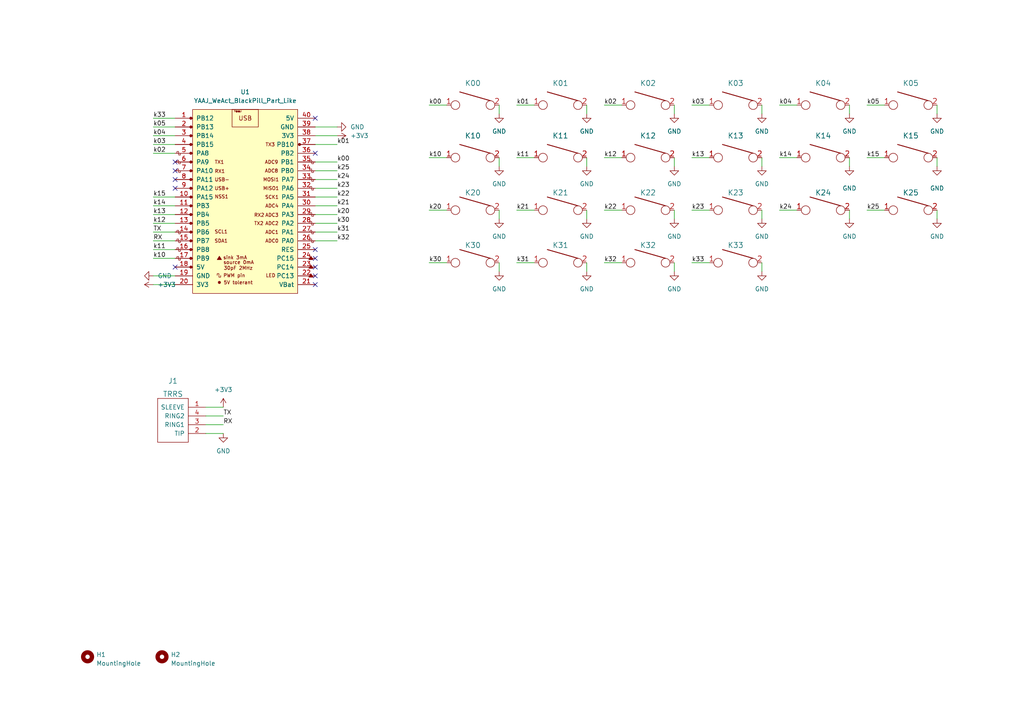
<source format=kicad_sch>
(kicad_sch (version 20230121) (generator eeschema)
  (paper "A4")
  (title_block (title "El Cantor HS") (date "2023-11-22") (rev "rev1.0"))
  (lib_symbols
    (symbol "Mechanical:MountingHole" (pin_names (offset 1.016))
      (property "Reference" "H" (at 0 5.08 0))
      (property "Value" "MountingHole" (at 0 3.175 0))
      (symbol "MountingHole_0_1"
        (circle (center 0 0) (radius 1.27) (stroke (width 1.27)))
      )
    )
    (symbol "YAAJ_WeAct_BlackPill_Part_Like:YAAJ_WeAct_BlackPill_Part_Like" (pin_names (offset 1.016))
      (property "Reference" "U" (at -12.7 27.94 0))
      (property "Value" "YAAJ_WeAct_BlackPill_Part_Like" (at 0 2.54 90))
      (symbol "YAAJ_WeAct_BlackPill_Part_Like_0_0"
        (circle (center -15.748 -20.32) (radius 0.3556) (fill (type outline)))
        (circle (center -15.748 -17.78) (radius 0.3556) (fill (type outline)))
        (circle (center -15.748 -15.24) (radius 0.3556) (fill (type outline)))
        (circle (center -15.748 -12.7) (radius 0.3556) (fill (type outline)))
        (circle (center -15.748 -10.16) (radius 0.3556) (fill (type outline)))
        (circle (center -15.748 -7.62) (radius 0.3556) (fill (type outline)))
        (circle (center -15.748 -5.08) (radius 0.3556) (fill (type outline)))
        (circle (center -15.748 -2.54) (radius 0.3556) (fill (type outline)))
        (circle (center -15.748 0) (radius 0.3556) (fill (type outline)))
        (circle (center -15.748 2.54) (radius 0.3556) (fill (type outline)))
        (circle (center -15.748 5.08) (radius 0.3556) (fill (type outline)))
        (circle (center -15.748 7.62) (radius 0.3556) (fill (type outline)))
        (circle (center -15.748 10.16) (radius 0.3556) (fill (type outline)))
        (circle (center -15.748 12.7) (radius 0.3556) (fill (type outline)))
        (circle (center -15.748 15.24) (radius 0.3556) (fill (type outline)))
        (circle (center -15.748 17.78) (radius 0.3556) (fill (type outline)))
        (circle (center -15.748 22.86) (radius 0.3556) (fill (type outline)))
        (circle (center -7.493 -24.765) (radius 0.127) (fill (type outline)))
        (circle (center -7.493 -24.765) (radius 0.254))
        (circle (center -7.493 -24.765) (radius 0.3556))
        (polyline (pts (xy -8.128 -18.161) (xy -7.493 -17.145) (xy -6.858 -18.161) (xy -8.128 -18.161) (xy -7.493 -17.272) (xy -6.985 -18.161) (xy -8.001 -18.034) (xy -7.493 -17.399) (xy -7.112 -18.161) (xy -7.874 -17.907) (xy -7.366 -17.526) (xy -7.239 -18.161) (xy -7.747 -17.78) (xy -7.239 -17.653) (xy -7.366 -18.034) (xy -7.62 -17.78) (xy -7.366 -17.907) (xy -7.493 -17.653)))
        (polyline (pts (xy 18.415 -23.241) (xy 19.05 -22.225) (xy 19.685 -23.241) (xy 18.415 -23.241) (xy 19.05 -22.352) (xy 19.558 -23.241) (xy 18.542 -23.114) (xy 19.05 -22.479) (xy 19.431 -23.241) (xy 18.669 -22.987) (xy 19.177 -22.606) (xy 19.304 -23.241) (xy 18.796 -22.86) (xy 19.304 -22.733) (xy 19.177 -23.114) (xy 18.923 -22.86) (xy 19.177 -22.987) (xy 19.05 -22.733)))
        (polyline (pts (xy 18.415 -20.701) (xy 19.05 -19.685) (xy 19.685 -20.701) (xy 18.415 -20.701) (xy 19.05 -19.812) (xy 19.558 -20.701) (xy 18.542 -20.574) (xy 19.05 -19.939) (xy 19.431 -20.701) (xy 18.669 -20.447) (xy 19.177 -20.066) (xy 19.304 -20.701) (xy 18.796 -20.32) (xy 19.304 -20.193) (xy 19.177 -20.574) (xy 18.923 -20.32) (xy 19.177 -20.447) (xy 19.05 -20.193)))
        (polyline (pts (xy 18.415 -18.161) (xy 19.05 -17.145) (xy 19.685 -18.161) (xy 18.415 -18.161) (xy 19.05 -17.272) (xy 19.558 -18.161) (xy 18.542 -18.034) (xy 19.05 -17.399) (xy 19.431 -18.161) (xy 18.669 -17.907) (xy 19.177 -17.526) (xy 19.304 -18.161) (xy 18.796 -17.78) (xy 19.304 -17.653) (xy 19.177 -18.034) (xy 18.923 -17.78) (xy 19.177 -17.907) (xy 19.05 -17.653)))
        (circle (center 15.748 15.24) (radius 0.254) (fill (type outline)))
        (circle (center 15.748 15.24) (radius 0.3556))
        (text "30pF 2MHz" (at -2.032 -20.574 0) (effects (font (size 0.9906 0.9906))))
        (text "5V tolerant" (at -2.032 -24.765 0) (effects (font (size 0.9906 0.9906))))
        (text "ADC0" (at 7.747 -12.7 0) (effects (font (size 0.9906 0.9906))))
        (text "ADC1" (at 7.747 -10.16 0) (effects (font (size 0.9906 0.9906))))
        (text "ADC2" (at 7.747 -7.62 0) (effects (font (size 0.9906 0.9906))))
        (text "ADC3" (at 7.747 -5.207 0) (effects (font (size 0.9906 0.9906))))
        (text "ADC4" (at 7.747 -2.54 0) (effects (font (size 0.9906 0.9906))))
        (text "ADC8" (at 7.62 7.62 0) (effects (font (size 0.9906 0.9906))))
        (text "ADC9" (at 7.62 10.16 0) (effects (font (size 0.9906 0.9906))))
        (text "LED" (at 7.366 -22.733 0) (effects (font (size 0.9906 0.9906))))
        (text "MISO1" (at 7.493 2.54 0) (effects (font (size 0.9906 0.9906))))
        (text "MOSI1" (at 7.493 5.08 0) (effects (font (size 0.9906 0.9906))))
        (text "NSS1" (at -6.858 0.127 0) (effects (font (size 0.9906 0.9906))))
        (text "PWM pin" (at -3.175 -22.733 0) (effects (font (size 0.9906 0.9906))))
        (text "RX1" (at -7.366 7.493 0) (effects (font (size 0.9906 0.9906))))
        (text "RX2" (at 4.064 -5.207 0) (effects (font (size 0.9906 0.9906))))
        (text "SCK1" (at 7.747 0 0) (effects (font (size 0.9906 0.9906))))
        (text "SCL1" (at -6.985 -10.033 0) (effects (font (size 0.9906 0.9906))))
        (text "SDA1" (at -6.985 -12.7 0) (effects (font (size 0.9906 0.9906))))
        (text "sink 3mA" (at -2.921 -17.526 0) (effects (font (size 0.9906 0.9906))))
        (text "source 0mA" (at -1.905 -18.923 0) (effects (font (size 0.9906 0.9906))))
        (text "TX1" (at -7.493 10.16 0) (effects (font (size 0.9906 0.9906))))
        (text "TX2" (at 3.937 -7.62 0) (effects (font (size 0.9906 0.9906))))
        (text "TX3" (at 7.239 15.24 0) (effects (font (size 0.9906 0.9906))))
        (text "USB" (at 0 22.86 0) (effects (font (size 1.27 1.27))))
        (text "USB+" (at -6.731 2.54 0) (effects (font (size 0.9906 0.9906))))
        (text "USB-" (at -6.731 5.08 0) (effects (font (size 0.9906 0.9906))))
        (text "Y@@J" (at -2.159 24.892 0) (effects (font (size 0.508 0.508))))
      )
      (symbol "YAAJ_WeAct_BlackPill_Part_Like_0_1"
        (rectangle (start -15.24 25.4) (end 15.24 -27.94) (fill (type background)))
        (polyline (pts (xy -18.796 -17.78) (xy -18.796 -18.288) (xy -19.304 -18.288) (xy -19.304 -17.272) (xy -19.812 -17.272) (xy -19.812 -17.78)))
        (polyline (pts (xy -18.796 -15.24) (xy -18.796 -15.748) (xy -19.304 -15.748) (xy -19.304 -14.732) (xy -19.812 -14.732) (xy -19.812 -15.24)))
        (polyline (pts (xy -18.796 -12.7) (xy -18.796 -13.208) (xy -19.304 -13.208) (xy -19.304 -12.192) (xy -19.812 -12.192) (xy -19.812 -12.7)))
        (polyline (pts (xy -18.796 -10.16) (xy -18.796 -10.668) (xy -19.304 -10.668) (xy -19.304 -9.652) (xy -19.812 -9.652) (xy -19.812 -10.16)))
        (polyline (pts (xy -18.796 7.62) (xy -18.796 7.112) (xy -19.304 7.112) (xy -19.304 8.128) (xy -19.812 8.128) (xy -19.812 7.62)))
        (polyline (pts (xy -18.796 10.16) (xy -18.796 9.652) (xy -19.304 9.652) (xy -19.304 10.668) (xy -19.812 10.668) (xy -19.812 10.16)))
        (polyline (pts (xy -18.796 12.7) (xy -18.796 12.192) (xy -19.304 12.192) (xy -19.304 13.208) (xy -19.812 13.208) (xy -19.812 12.7)))
        (polyline (pts (xy -7.112 -22.733) (xy -7.112 -23.241) (xy -7.62 -23.241) (xy -7.62 -22.225) (xy -8.128 -22.225) (xy -8.128 -22.733)))
        (polyline (pts (xy 19.812 -12.7) (xy 19.812 -13.208) (xy 19.304 -13.208) (xy 19.304 -12.192) (xy 18.796 -12.192) (xy 18.796 -12.7)))
        (polyline (pts (xy 19.812 -10.16) (xy 19.812 -10.668) (xy 19.304 -10.668) (xy 19.304 -9.652) (xy 18.796 -9.652) (xy 18.796 -10.16)))
        (polyline (pts (xy 19.812 -7.62) (xy 19.812 -8.128) (xy 19.304 -8.128) (xy 19.304 -7.112) (xy 18.796 -7.112) (xy 18.796 -7.62)))
        (polyline (pts (xy 19.812 -5.08) (xy 19.812 -5.588) (xy 19.304 -5.588) (xy 19.304 -4.572) (xy 18.796 -4.572) (xy 18.796 -5.08)))
        (polyline (pts (xy 19.812 2.54) (xy 19.812 2.032) (xy 19.304 2.032) (xy 19.304 3.048) (xy 18.796 3.048) (xy 18.796 2.54)))
        (polyline (pts (xy 19.812 5.08) (xy 19.812 4.572) (xy 19.304 4.572) (xy 19.304 5.588) (xy 18.796 5.588) (xy 18.796 5.08)))
        (polyline (pts (xy 19.812 7.62) (xy 19.812 7.112) (xy 19.304 7.112) (xy 19.304 8.128) (xy 18.796 8.128) (xy 18.796 7.62)))
        (polyline (pts (xy 19.812 10.16) (xy 19.812 9.652) (xy 19.304 9.652) (xy 19.304 10.668) (xy 18.796 10.668) (xy 18.796 10.16)))
        (rectangle (start 3.81 25.4) (end -3.81 20.32))
      )
      (symbol "YAAJ_WeAct_BlackPill_Part_Like_1_1"
        (circle (center -15.748 20.32) (radius 0.3556) (fill (type outline)))
        (pin bidirectional line (at -20.32 22.86 0) (length 5.08) (name "PB12") (number "1"))
        (pin bidirectional line (at -20.32 0 0) (length 5.08) (name "PA15") (number "10"))
        (pin bidirectional line (at -20.32 -2.54 0) (length 5.08) (name "PB3") (number "11"))
        (pin bidirectional line (at -20.32 -5.08 0) (length 5.08) (name "PB4") (number "12"))
        (pin bidirectional line (at -20.32 -7.62 0) (length 5.08) (name "PB5") (number "13"))
        (pin bidirectional line (at -20.32 -10.16 0) (length 5.08) (name "PB6") (number "14"))
        (pin bidirectional line (at -20.32 -12.7 0) (length 5.08) (name "PB7") (number "15"))
        (pin bidirectional line (at -20.32 -15.24 0) (length 5.08) (name "PB8") (number "16"))
        (pin bidirectional line (at -20.32 -17.78 0) (length 5.08) (name "PB9") (number "17"))
        (pin power_in line (at -20.32 -20.32 0) (length 5.08) (name "5V") (number "18"))
        (pin power_in line (at -20.32 -22.86 0) (length 5.08) (name "GND") (number "19"))
        (pin bidirectional line (at -20.32 20.32 0) (length 5.08) (name "PB13") (number "2"))
        (pin power_in line (at -20.32 -25.4 0) (length 5.08) (name "3V3") (number "20"))
        (pin power_in line (at 20.32 -25.4 180) (length 5.08) (name "VBat") (number "21"))
        (pin bidirectional line (at 20.32 -22.86 180) (length 5.08) (name "PC13") (number "22"))
        (pin bidirectional line (at 20.32 -20.32 180) (length 5.08) (name "PC14") (number "23"))
        (pin bidirectional line (at 20.32 -17.78 180) (length 5.08) (name "PC15") (number "24"))
        (pin input line (at 20.32 -15.24 180) (length 5.08) (name "RES") (number "25"))
        (pin bidirectional line (at 20.32 -12.7 180) (length 5.08) (name "PA0") (number "26"))
        (pin bidirectional line (at 20.32 -10.16 180) (length 5.08) (name "PA1") (number "27"))
        (pin bidirectional line (at 20.32 -7.62 180) (length 5.08) (name "PA2") (number "28"))
        (pin bidirectional line (at 20.32 -5.08 180) (length 5.08) (name "PA3") (number "29"))
        (pin bidirectional line (at -20.32 17.78 0) (length 5.08) (name "PB14") (number "3"))
        (pin bidirectional line (at 20.32 -2.54 180) (length 5.08) (name "PA4") (number "30"))
        (pin bidirectional line (at 20.32 0 180) (length 5.08) (name "PA5") (number "31"))
        (pin bidirectional line (at 20.32 2.54 180) (length 5.08) (name "PA6") (number "32"))
        (pin bidirectional line (at 20.32 5.08 180) (length 5.08) (name "PA7") (number "33"))
        (pin bidirectional line (at 20.32 7.62 180) (length 5.08) (name "PB0") (number "34"))
        (pin bidirectional line (at 20.32 10.16 180) (length 5.08) (name "PB1") (number "35"))
        (pin bidirectional line (at 20.32 12.7 180) (length 5.08) (name "PB2") (number "36"))
        (pin bidirectional line (at 20.32 15.24 180) (length 5.08) (name "PB10") (number "37"))
        (pin power_in line (at 20.32 17.78 180) (length 5.08) (name "3V3") (number "38"))
        (pin power_in line (at 20.32 20.32 180) (length 5.08) (name "GND") (number "39"))
        (pin bidirectional line (at -20.32 15.24 0) (length 5.08) (name "PB15") (number "4"))
        (pin power_in line (at 20.32 22.86 180) (length 5.08) (name "5V") (number "40"))
        (pin bidirectional line (at -20.32 12.7 0) (length 5.08) (name "PA8") (number "5"))
        (pin bidirectional line (at -20.32 10.16 0) (length 5.08) (name "PA9") (number "6"))
        (pin bidirectional line (at -20.32 7.62 0) (length 5.08) (name "PA10") (number "7"))
        (pin bidirectional line (at -20.32 5.08 0) (length 5.08) (name "PA11") (number "8"))
        (pin bidirectional line (at -20.32 2.54 0) (length 5.08) (name "PA12") (number "9"))
      )
    )
    (symbol "keebio:TRRS" (pin_names (offset 1.016))
      (property "Reference" "U" (at 0 15.24 0))
      (property "Value" "TRRS" (at 0 -2.54 0))
      (symbol "TRRS_0_1"
        (rectangle (start -3.81 0) (end -3.81 12.7))
        (rectangle (start -3.81 12.7) (end 5.08 12.7))
        (rectangle (start 5.08 0) (end -3.81 0))
        (rectangle (start 5.08 12.7) (end 5.08 0))
      )
      (symbol "TRRS_1_1"
        (pin input line (at -8.89 2.54 0) (length 5.08) (name "SLEEVE") (number "1"))
        (pin input line (at -8.89 10.16 0) (length 5.08) (name "TIP") (number "2"))
        (pin input line (at -8.89 7.62 0) (length 5.08) (name "RING1") (number "3"))
        (pin input line (at -8.89 5.08 0) (length 5.08) (name "RING2") (number "4"))
      )
    )
    (symbol "keyboard_parts:KEYSW" (pin_names (offset 1.016))
      (property "Reference" "K?" (at -1.27 0 0))
      (symbol "KEYSW_0_1"
        (circle (center -5.08 0) (radius 1.27))
        (polyline (pts (xy -5.08 1.27) (xy 3.81 3.81)) (stroke (width 0.254)))
        (circle (center 5.08 0) (radius 1.27))
      )
      (symbol "KEYSW_1_1"
        (pin passive line (at 7.62 0 180) (length 1.27) (name "~") (number "1"))
        (pin passive line (at -7.62 0 0) (length 1.27) (name "~") (number "2"))
      )
    )
    (symbol "power:+3V3" (power) (pin_names (offset 0))
      (property "Value" "+3V3" (at 0 3.556 0))
      (symbol "+3V3_0_1"
        (polyline (pts (xy -0.762 1.27) (xy 0 2.54)))
        (polyline (pts (xy 0 0) (xy 0 2.54)))
        (polyline (pts (xy 0 2.54) (xy 0.762 1.27)))
      )
      (symbol "+3V3_1_1"
        (pin power_in line (at 0 0 90) (length 0) hide (name "+3V3") (number "1"))
      )
    )
    (symbol "power:GND" (power) (pin_names (offset 0))
      (property "Value" "GND" (at 0 -3.81 0))
      (symbol "GND_0_1"
        (polyline (pts (xy 0 0) (xy 0 -1.27) (xy 1.27 -1.27) (xy 0 -2.54) (xy -1.27 -1.27) (xy 0 -1.27)))
      )
      (symbol "GND_1_1"
        (pin power_in line (at 0 0 270) (length 0) hide (name "GND") (number "1"))
      )
    )
  )
  (no_connect (at 91.44 44.45))
  (no_connect (at 50.8 52.07))
  (no_connect (at 50.8 54.61))
  (no_connect (at 91.44 82.55))
  (no_connect (at 91.44 80.01))
  (no_connect (at 91.44 77.47))
  (no_connect (at 91.44 74.93))
  (no_connect (at 91.44 72.39))
  (no_connect (at 91.44 34.29))
  (no_connect (at 50.8 77.47))
  (no_connect (at 50.8 49.53))
  (no_connect (at 50.8 46.99))
  (wire (pts (xy 149.86 60.96) (xy 154.94 60.96)))
  (wire (pts (xy 44.45 72.39) (xy 50.8 72.39)))
  (wire (pts (xy 91.44 52.07) (xy 97.79 52.07)))
  (wire (pts (xy 170.18 78.74) (xy 170.18 76.2)))
  (wire (pts (xy 200.66 45.72) (xy 205.74 45.72)))
  (wire (pts (xy 44.45 36.83) (xy 50.8 36.83)))
  (wire (pts (xy 251.46 30.48) (xy 256.54 30.48)))
  (wire (pts (xy 124.46 45.72) (xy 129.54 45.72)))
  (wire (pts (xy 200.66 60.96) (xy 205.74 60.96)))
  (wire (pts (xy 144.78 78.74) (xy 144.78 76.2)))
  (wire (pts (xy 149.86 45.72) (xy 154.94 45.72)))
  (wire (pts (xy 44.45 59.69) (xy 50.8 59.69)))
  (wire (pts (xy 91.44 41.91) (xy 97.79 41.91)))
  (wire (pts (xy 175.26 60.96) (xy 180.34 60.96)))
  (wire (pts (xy 44.45 39.37) (xy 50.8 39.37)))
  (wire (pts (xy 251.46 60.96) (xy 256.54 60.96)))
  (wire (pts (xy 195.58 63.5) (xy 195.58 60.96)))
  (wire (pts (xy 144.78 63.5) (xy 144.78 60.96)))
  (wire (pts (xy 246.38 48.26) (xy 246.38 45.72)))
  (wire (pts (xy 220.98 48.26) (xy 220.98 45.72)))
  (wire (pts (xy 144.78 48.26) (xy 144.78 45.72)))
  (wire (pts (xy 91.44 62.23) (xy 97.79 62.23)))
  (wire (pts (xy 175.26 45.72) (xy 180.34 45.72)))
  (wire (pts (xy 59.69 125.73) (xy 64.77 125.73)))
  (wire (pts (xy 44.45 44.45) (xy 50.8 44.45)))
  (wire (pts (xy 271.78 48.26) (xy 271.78 45.72)))
  (wire (pts (xy 91.44 36.83) (xy 97.79 36.83)))
  (wire (pts (xy 44.45 74.93) (xy 50.8 74.93)))
  (wire (pts (xy 91.44 69.85) (xy 97.79 69.85)))
  (wire (pts (xy 91.44 49.53) (xy 97.79 49.53)))
  (wire (pts (xy 226.06 45.72) (xy 231.14 45.72)))
  (wire (pts (xy 149.86 76.2) (xy 154.94 76.2)))
  (wire (pts (xy 200.66 30.48) (xy 205.74 30.48)))
  (wire (pts (xy 44.45 62.23) (xy 50.8 62.23)))
  (wire (pts (xy 271.78 63.5) (xy 271.78 60.96)))
  (wire (pts (xy 124.46 60.96) (xy 129.54 60.96)))
  (wire (pts (xy 144.78 33.02) (xy 144.78 30.48)))
  (wire (pts (xy 195.58 48.26) (xy 195.58 45.72)))
  (wire (pts (xy 170.18 63.5) (xy 170.18 60.96)))
  (wire (pts (xy 59.69 123.19) (xy 64.77 123.19)))
  (wire (pts (xy 200.66 76.2) (xy 205.74 76.2)))
  (wire (pts (xy 246.38 63.5) (xy 246.38 60.96)))
  (wire (pts (xy 91.44 54.61) (xy 97.79 54.61)))
  (wire (pts (xy 44.45 64.77) (xy 50.8 64.77)))
  (wire (pts (xy 226.06 30.48) (xy 231.14 30.48)))
  (wire (pts (xy 124.46 30.48) (xy 129.54 30.48)))
  (wire (pts (xy 91.44 67.31) (xy 97.79 67.31)))
  (wire (pts (xy 59.69 120.65) (xy 64.77 120.65)))
  (wire (pts (xy 170.18 48.26) (xy 170.18 45.72)))
  (wire (pts (xy 91.44 39.37) (xy 97.79 39.37)))
  (wire (pts (xy 175.26 30.48) (xy 180.34 30.48)))
  (wire (pts (xy 44.45 41.91) (xy 50.8 41.91)))
  (wire (pts (xy 44.45 34.29) (xy 50.8 34.29)))
  (wire (pts (xy 91.44 46.99) (xy 97.79 46.99)))
  (wire (pts (xy 91.44 57.15) (xy 97.79 57.15)))
  (wire (pts (xy 59.69 118.11) (xy 64.77 118.11)))
  (wire (pts (xy 91.44 59.69) (xy 97.79 59.69)))
  (wire (pts (xy 195.58 78.74) (xy 195.58 76.2)))
  (wire (pts (xy 44.45 80.01) (xy 50.8 80.01)))
  (wire (pts (xy 124.46 76.2) (xy 129.54 76.2)))
  (wire (pts (xy 195.58 33.02) (xy 195.58 30.48)))
  (wire (pts (xy 251.46 45.72) (xy 256.54 45.72)))
  (wire (pts (xy 226.06 60.96) (xy 231.14 60.96)))
  (wire (pts (xy 170.18 33.02) (xy 170.18 30.48)))
  (wire (pts (xy 271.78 33.02) (xy 271.78 30.48)))
  (wire (pts (xy 246.38 33.02) (xy 246.38 30.48)))
  (wire (pts (xy 175.26 76.2) (xy 180.34 76.2)))
  (wire (pts (xy 44.45 82.55) (xy 50.8 82.55)))
  (wire (pts (xy 91.44 64.77) (xy 97.79 64.77)))
  (wire (pts (xy 44.45 69.85) (xy 50.8 69.85)))
  (wire (pts (xy 220.98 78.74) (xy 220.98 76.2)))
  (wire (pts (xy 220.98 33.02) (xy 220.98 30.48)))
  (wire (pts (xy 149.86 30.48) (xy 154.94 30.48)))
  (wire (pts (xy 44.45 67.31) (xy 50.8 67.31)))
  (wire (pts (xy 44.45 57.15) (xy 50.8 57.15)))
  (wire (pts (xy 220.98 63.5) (xy 220.98 60.96)))
  (label "k20" (at 97.79 62.23 0))
  (label "TX" (at 64.77 120.65 0))
  (label "k01" (at 97.79 41.91 0))
  (label "k03" (at 44.45 41.91 0))
  (label "k02" (at 175.26 30.48 0))
  (label "k05" (at 44.45 36.83 0))
  (label "k04" (at 226.06 30.48 0))
  (label "k30" (at 97.79 64.77 0))
  (label "k11" (at 44.45 72.39 0))
  (label "k00" (at 124.46 30.48 0))
  (label "k10" (at 44.45 74.93 0))
  (label "k03" (at 200.66 30.48 0))
  (label "k32" (at 175.26 76.2 0))
  (label "RX" (at 44.45 69.85 0))
  (label "k15" (at 251.46 45.72 0))
  (label "k23" (at 200.66 60.96 0))
  (label "k32" (at 97.79 69.85 0))
  (label "k25" (at 97.79 49.53 0))
  (label "k24" (at 226.06 60.96 0))
  (label "TX" (at 44.45 67.31 0))
  (label "k05" (at 251.46 30.48 0))
  (label "k22" (at 175.26 60.96 0))
  (label "k12" (at 44.45 64.77 0))
  (label "k01" (at 149.86 30.48 0))
  (label "RX" (at 64.77 123.19 0))
  (label "k31" (at 149.86 76.2 0))
  (label "k10" (at 124.46 45.72 0))
  (label "k00" (at 97.79 46.99 0))
  (label "k33" (at 200.66 76.2 0))
  (label "k21" (at 97.79 59.69 0))
  (label "k31" (at 97.79 67.31 0))
  (label "k33" (at 44.45 34.29 0))
  (label "k15" (at 44.45 57.15 0))
  (label "k14" (at 226.06 45.72 0))
  (label "k12" (at 175.26 45.72 0))
  (label "k04" (at 44.45 39.37 0))
  (label "k11" (at 149.86 45.72 0))
  (label "k22" (at 97.79 57.15 0))
  (label "k02" (at 44.45 44.45 0))
  (label "k13" (at 44.45 62.23 0))
  (label "k24" (at 97.79 52.07 0))
  (label "k13" (at 200.66 45.72 0))
  (label "k14" (at 44.45 59.69 0))
  (label "k21" (at 149.86 60.96 0))
  (label "k25" (at 251.46 60.96 0))
  (label "k30" (at 124.46 76.2 0))
  (label "k23" (at 97.79 54.61 0))
  (label "k20" (at 124.46 60.96 0))
  (symbol (lib_id "Mechanical:MountingHole") (at 25.4 190.5 0) (unit 1)
    (property "Reference" "H1" (at 27.94 189.865 0) (effects (justify left)))
    (property "Value" "MountingHole" (at 27.94 192.405 0) (effects (justify left)))
    (property "Footprint" "ELCANTORHS-footprints:breakaway-mousebites" (effects hide))
  )
  (symbol (lib_id "power:GND") (at 195.58 48.26 0) (unit 1)
    (property "Reference" "#PWR0104" (effects hide))
    (property "Value" "GND" (at 195.58 53.34 0))
  )
  (symbol (lib_id "keyboard_parts:KEYSW") (at 137.16 76.2 0) (mirror y) (unit 1)
    (property "Reference" "K30" (at 137.16 71.12 0) (effects (font (size 1.524 1.524))))
    (property "Value" "KEYSW" (effects hide))
    (property "Footprint" "ELCANTORHS-footprints:Kailh_socket_PG1350_optional_reversible" (effects hide))
  )
  (symbol (lib_id "keyboard_parts:KEYSW") (at 238.76 60.96 0) (mirror y) (unit 1)
    (property "Reference" "K24" (at 238.76 55.88 0) (effects (font (size 1.524 1.524))))
    (property "Value" "KEYSW" (effects hide))
    (property "Footprint" "ELCANTORHS-footprints:Kailh_socket_PG1350_optional_reversible" (effects hide))
  )
  (symbol (lib_id "power:GND") (at 64.77 125.73 0) (unit 1)
    (property "Reference" "#PWR0126" (effects hide))
    (property "Value" "GND" (at 64.77 130.81 0))
  )
  (symbol (lib_id "keyboard_parts:KEYSW") (at 187.96 76.2 0) (mirror y) (unit 1)
    (property "Reference" "K32" (at 187.96 71.12 0) (effects (font (size 1.524 1.524))))
    (property "Value" "KEYSW" (effects hide))
    (property "Footprint" "ELCANTORHS-footprints:Kailh_socket_PG1350_optional_reversible" (effects hide))
  )
  (symbol (lib_id "keyboard_parts:KEYSW") (at 137.16 30.48 0) (mirror y) (unit 1)
    (property "Reference" "K00" (at 137.16 24.13 0) (effects (font (size 1.524 1.524))))
    (property "Value" "KEYSW" (effects hide))
    (property "Footprint" "ELCANTORHS-footprints:Kailh_socket_PG1350_optional_reversible" (effects hide))
  )
  (symbol (lib_id "keyboard_parts:KEYSW") (at 264.16 45.72 0) (mirror y) (unit 1)
    (property "Reference" "K15" (at 264.16 39.37 0) (effects (font (size 1.524 1.524))))
    (property "Value" "KEYSW" (effects hide))
    (property "Footprint" "ELCANTORHS-footprints:Kailh_socket_PG1350_optional_reversible" (effects hide))
  )
  (symbol (lib_id "power:GND") (at 144.78 48.26 0) (unit 1)
    (property "Reference" "#PWR0107" (effects hide))
    (property "Value" "GND" (at 144.78 53.34 0))
  )
  (symbol (lib_id "power:GND") (at 195.58 63.5 0) (unit 1)
    (property "Reference" "#PWR0105" (effects hide))
    (property "Value" "GND" (at 195.58 68.58 0))
  )
  (symbol (lib_id "power:GND") (at 220.98 78.74 0) (unit 1)
    (property "Reference" "#PWR04" (effects hide))
    (property "Value" "GND" (at 220.98 83.82 0))
  )
  (symbol (lib_id "power:GND") (at 144.78 78.74 0) (unit 1)
    (property "Reference" "#PWR01" (effects hide))
    (property "Value" "GND" (at 144.78 83.82 0))
  )
  (symbol (lib_id "keyboard_parts:KEYSW") (at 213.36 30.48 0) (mirror y) (unit 1)
    (property "Reference" "K03" (at 213.36 24.13 0) (effects (font (size 1.524 1.524))))
    (property "Value" "KEYSW" (effects hide))
    (property "Footprint" "ELCANTORHS-footprints:Kailh_socket_PG1350_optional_reversible" (effects hide))
  )
  (symbol (lib_id "power:GND") (at 246.38 63.5 0) (unit 1)
    (property "Reference" "#PWR0121" (effects hide))
    (property "Value" "GND" (at 246.38 68.58 0))
  )
  (symbol (lib_id "keyboard_parts:KEYSW") (at 187.96 30.48 0) (mirror y) (unit 1)
    (property "Reference" "K02" (at 187.96 24.13 0) (effects (font (size 1.524 1.524))))
    (property "Value" "KEYSW" (effects hide))
    (property "Footprint" "ELCANTORHS-footprints:Kailh_socket_PG1350_optional_reversible" (effects hide))
  )
  (symbol (lib_id "keyboard_parts:KEYSW") (at 162.56 45.72 0) (mirror y) (unit 1)
    (property "Reference" "K11" (at 162.56 39.37 0) (effects (font (size 1.524 1.524))))
    (property "Value" "KEYSW" (effects hide))
    (property "Footprint" "ELCANTORHS-footprints:Kailh_socket_PG1350_optional_reversible" (effects hide))
  )
  (symbol (lib_id "power:GND") (at 195.58 78.74 0) (unit 1)
    (property "Reference" "#PWR03" (effects hide))
    (property "Value" "GND" (at 195.58 83.82 0))
  )
  (symbol (lib_id "keyboard_parts:KEYSW") (at 187.96 60.96 0) (mirror y) (unit 1)
    (property "Reference" "K22" (at 187.96 55.88 0) (effects (font (size 1.524 1.524))))
    (property "Value" "KEYSW" (effects hide))
    (property "Footprint" "ELCANTORHS-footprints:Kailh_socket_PG1350_optional_reversible" (effects hide))
  )
  (symbol (lib_id "power:GND") (at 271.78 33.02 0) (unit 1)
    (property "Reference" "#PWR0115" (effects hide))
    (property "Value" "GND" (at 271.78 38.1 0))
  )
  (symbol (lib_id "power:GND") (at 271.78 63.5 0) (unit 1)
    (property "Reference" "#PWR0118" (effects hide))
    (property "Value" "GND" (at 271.78 68.58 0))
  )
  (symbol (lib_id "YAAJ_WeAct_BlackPill_Part_Like:YAAJ_WeAct_BlackPill_Part_Like") (at 71.12 57.15 0) (unit 1)
    (property "Reference" "U1" (at 71.12 26.67 0))
    (property "Value" "YAAJ_WeAct_BlackPill_Part_Like" (at 71.12 29.21 0))
    (property "Footprint" "ELCANTORHS-footprints:YAAJ_WeAct_BlackPill_2" (effects hide))
  )
  (symbol (lib_id "power:GND") (at 246.38 48.26 0) (unit 1)
    (property "Reference" "#PWR0119" (effects hide))
    (property "Value" "GND" (at 246.38 54.61 0))
  )
  (symbol (lib_id "power:GND") (at 170.18 63.5 0) (unit 1)
    (property "Reference" "#PWR0101" (effects hide))
    (property "Value" "GND" (at 170.18 68.58 0))
  )
  (symbol (lib_id "keyboard_parts:KEYSW") (at 238.76 30.48 0) (mirror y) (unit 1)
    (property "Reference" "K04" (at 238.76 24.13 0) (effects (font (size 1.524 1.524))))
    (property "Value" "KEYSW" (effects hide))
    (property "Footprint" "ELCANTORHS-footprints:Kailh_socket_PG1350_optional_reversible" (effects hide))
  )
  (symbol (lib_id "power:+3V3") (at 64.77 118.11 0) (unit 1)
    (property "Reference" "#PWR0127" (effects hide))
    (property "Value" "+3V3" (at 64.77 113.03 0))
  )
  (symbol (lib_id "keyboard_parts:KEYSW") (at 162.56 76.2 0) (mirror y) (unit 1)
    (property "Reference" "K31" (at 162.56 71.12 0) (effects (font (size 1.524 1.524))))
    (property "Value" "KEYSW" (effects hide))
    (property "Footprint" "ELCANTORHS-footprints:Kailh_socket_PG1350_optional_reversible" (effects hide))
  )
  (symbol (lib_id "power:GND") (at 246.38 33.02 0) (unit 1)
    (property "Reference" "#PWR0112" (effects hide))
    (property "Value" "GND" (at 246.38 38.1 0))
  )
  (symbol (lib_id "keebio:TRRS") (at 50.8 115.57 180) (unit 1)
    (property "Reference" "J1" (at 50.165 110.49 0) (effects (font (size 1.524 1.524))))
    (property "Value" "TRRS" (at 50.165 114.3 0) (effects (font (size 1.524 1.524))))
    (property "Footprint" "ELCANTORHS-footprints:TRRS-PJ-320A" (effects hide))
  )
  (symbol (lib_id "keyboard_parts:KEYSW") (at 137.16 60.96 0) (mirror y) (unit 1)
    (property "Reference" "K20" (at 137.16 55.88 0) (effects (font (size 1.524 1.524))))
    (property "Value" "KEYSW" (effects hide))
    (property "Footprint" "ELCANTORHS-footprints:Kailh_socket_PG1350_optional_reversible" (effects hide))
  )
  (symbol (lib_id "power:GND") (at 271.78 48.26 0) (unit 1)
    (property "Reference" "#PWR0116" (effects hide))
    (property "Value" "GND" (at 271.78 54.61 0))
  )
  (symbol (lib_id "Mechanical:MountingHole") (at 46.99 190.5 0) (unit 1)
    (property "Reference" "H2" (at 49.53 189.865 0) (effects (justify left)))
    (property "Value" "MountingHole" (at 49.53 192.405 0) (effects (justify left)))
    (property "Footprint" "ELCANTORHS-footprints:breakaway-mousebites" (effects hide))
  )
  (symbol (lib_id "power:GND") (at 170.18 78.74 0) (unit 1)
    (property "Reference" "#PWR02" (effects hide))
    (property "Value" "GND" (at 170.18 83.82 0))
  )
  (symbol (lib_id "keyboard_parts:KEYSW") (at 213.36 60.96 0) (mirror y) (unit 1)
    (property "Reference" "K23" (at 213.36 55.88 0) (effects (font (size 1.524 1.524))))
    (property "Value" "KEYSW" (effects hide))
    (property "Footprint" "ELCANTORHS-footprints:Kailh_socket_PG1350_optional_reversible" (effects hide))
  )
  (symbol (lib_id "keyboard_parts:KEYSW") (at 137.16 45.72 0) (mirror y) (unit 1)
    (property "Reference" "K10" (at 137.16 39.37 0) (effects (font (size 1.524 1.524))))
    (property "Value" "KEYSW" (effects hide))
    (property "Footprint" "ELCANTORHS-footprints:Kailh_socket_PG1350_optional_reversible" (effects hide))
  )
  (symbol (lib_id "keyboard_parts:KEYSW") (at 162.56 30.48 0) (mirror y) (unit 1)
    (property "Reference" "K01" (at 162.56 24.13 0) (effects (font (size 1.524 1.524))))
    (property "Value" "KEYSW" (effects hide))
    (property "Footprint" "ELCANTORHS-footprints:Kailh_socket_PG1350_optional_reversible" (effects hide))
  )
  (symbol (lib_id "keyboard_parts:KEYSW") (at 264.16 60.96 0) (mirror y) (unit 1)
    (property "Reference" "K25" (at 264.16 55.88 0) (effects (font (size 1.524 1.524))))
    (property "Value" "KEYSW" (effects hide))
    (property "Footprint" "ELCANTORHS-footprints:Kailh_socket_PG1350_optional_reversible" (effects hide))
  )
  (symbol (lib_id "power:GND") (at 220.98 33.02 0) (unit 1)
    (property "Reference" "#PWR0123" (effects hide))
    (property "Value" "GND" (at 220.98 38.1 0))
  )
  (symbol (lib_id "keyboard_parts:KEYSW") (at 238.76 45.72 0) (mirror y) (unit 1)
    (property "Reference" "K14" (at 238.76 39.37 0) (effects (font (size 1.524 1.524))))
    (property "Value" "KEYSW" (effects hide))
    (property "Footprint" "ELCANTORHS-footprints:Kailh_socket_PG1350_optional_reversible" (effects hide))
  )
  (symbol (lib_id "power:+3V3") (at 44.45 82.55 90) (unit 1)
    (property "Reference" "#PWR0125" (effects hide))
    (property "Value" "+3V3" (at 45.72 82.55 90) (effects (justify right)))
  )
  (symbol (lib_id "power:GND") (at 144.78 33.02 0) (unit 1)
    (property "Reference" "#PWR0109" (effects hide))
    (property "Value" "GND" (at 144.78 38.1 0))
  )
  (symbol (lib_id "power:GND") (at 44.45 80.01 270) (unit 1)
    (property "Reference" "#PWR0124" (effects hide))
    (property "Value" "GND" (at 45.72 80.01 90) (effects (justify left)))
  )
  (symbol (lib_id "keyboard_parts:KEYSW") (at 213.36 45.72 0) (mirror y) (unit 1)
    (property "Reference" "K13" (at 213.36 39.37 0) (effects (font (size 1.524 1.524))))
    (property "Value" "KEYSW" (effects hide))
    (property "Footprint" "ELCANTORHS-footprints:Kailh_socket_PG1350_optional_reversible" (effects hide))
  )
  (symbol (lib_id "power:+3V3") (at 97.79 39.37 270) (unit 1)
    (property "Reference" "#PWR0111" (effects hide))
    (property "Value" "+3V3" (at 101.6 39.37 90) (effects (justify left)))
  )
  (symbol (lib_id "power:GND") (at 195.58 33.02 0) (unit 1)
    (property "Reference" "#PWR0103" (effects hide))
    (property "Value" "GND" (at 195.58 38.1 0))
  )
  (symbol (lib_id "power:GND") (at 220.98 48.26 0) (unit 1)
    (property "Reference" "#PWR0122" (effects hide))
    (property "Value" "GND" (at 220.98 53.34 0))
  )
  (symbol (lib_id "keyboard_parts:KEYSW") (at 162.56 60.96 0) (mirror y) (unit 1)
    (property "Reference" "K21" (at 162.56 55.88 0) (effects (font (size 1.524 1.524))))
    (property "Value" "KEYSW" (effects hide))
    (property "Footprint" "ELCANTORHS-footprints:Kailh_socket_PG1350_optional_reversible" (effects hide))
  )
  (symbol (lib_id "keyboard_parts:KEYSW") (at 187.96 45.72 0) (mirror y) (unit 1)
    (property "Reference" "K12" (at 187.96 39.37 0) (effects (font (size 1.524 1.524))))
    (property "Value" "KEYSW" (effects hide))
    (property "Footprint" "ELCANTORHS-footprints:Kailh_socket_PG1350_optional_reversible" (effects hide))
  )
  (symbol (lib_id "power:GND") (at 170.18 33.02 0) (unit 1)
    (property "Reference" "#PWR0106" (effects hide))
    (property "Value" "GND" (at 170.18 38.1 0))
  )
  (symbol (lib_id "keyboard_parts:KEYSW") (at 213.36 76.2 0) (mirror y) (unit 1)
    (property "Reference" "K33" (at 213.36 71.12 0) (effects (font (size 1.524 1.524))))
    (property "Value" "KEYSW" (effects hide))
    (property "Footprint" "ELCANTORHS-footprints:Kailh_socket_PG1350_optional_reversible" (effects hide))
  )
  (symbol (lib_id "power:GND") (at 170.18 48.26 0) (unit 1)
    (property "Reference" "#PWR0102" (effects hide))
    (property "Value" "GND" (at 170.18 53.34 0))
  )
  (symbol (lib_id "power:GND") (at 220.98 63.5 0) (unit 1)
    (property "Reference" "#PWR0114" (effects hide))
    (property "Value" "GND" (at 220.98 68.58 0))
  )
  (symbol (lib_id "power:GND") (at 144.78 63.5 0) (unit 1)
    (property "Reference" "#PWR0108" (effects hide))
    (property "Value" "GND" (at 144.78 68.58 0))
  )
  (symbol (lib_id "power:GND") (at 97.79 36.83 90) (unit 1)
    (property "Reference" "#PWR0110" (effects hide))
    (property "Value" "GND" (at 101.6 36.83 90) (effects (justify right)))
  )
  (symbol (lib_id "keyboard_parts:KEYSW") (at 264.16 30.48 0) (mirror y) (unit 1)
    (property "Reference" "K05" (at 264.16 24.13 0) (effects (font (size 1.524 1.524))))
    (property "Value" "KEYSW" (effects hide))
    (property "Footprint" "ELCANTORHS-footprints:Kailh_socket_PG1350_optional_reversible" (effects hide))
  )
)
</source>
